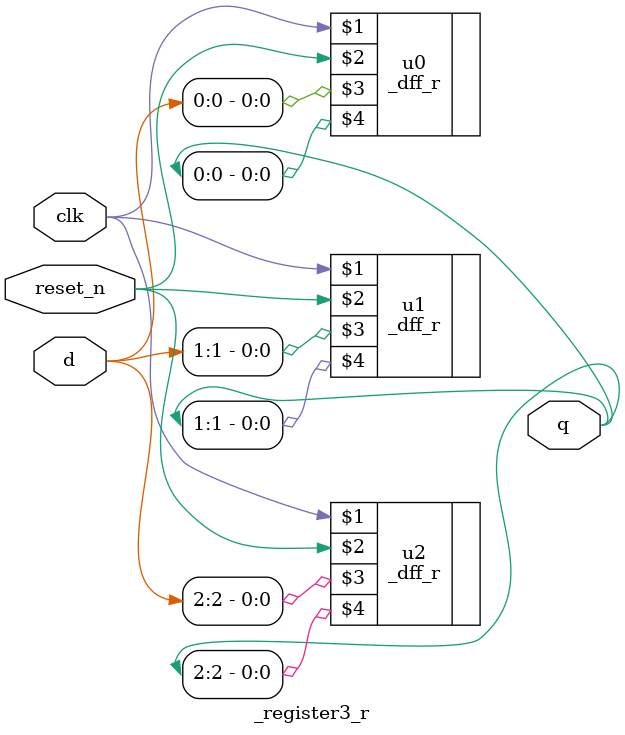
<source format=v>
module _register3_r (clk,reset_n, d, q);// module name is _register3_r

	input clk, reset_n; //1bit input
	input [2:0] d;// 3bit input
	output [2:0] q;// 3bit output
	
	// instance module name is u0,u1,u2
	// use _dff_r module
	
	_dff_r u0 (clk,reset_n,d[0],q[0]);
	
	_dff_r u1 (clk,reset_n,d[1],q[1]);
	
	_dff_r u2 (clk,reset_n,d[2],q[2]);
	
endmodule


</source>
